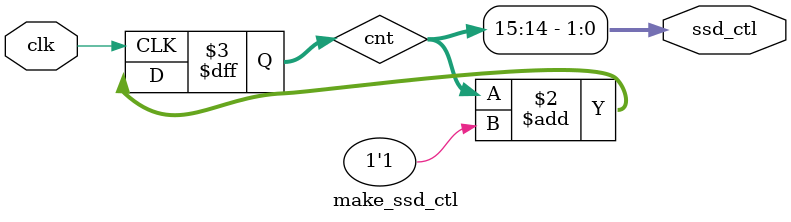
<source format=v>
`timescale 1ns / 1ps


module make_ssd_ctl(
    input clk,
   // input rst,
    output [1:0] ssd_ctl
    );
    
    reg [26:0] cnt;
    
    assign ssd_ctl = cnt[15:14];
    
    always@( posedge clk  )
        cnt <= cnt + 1'b1;
        
endmodule

</source>
